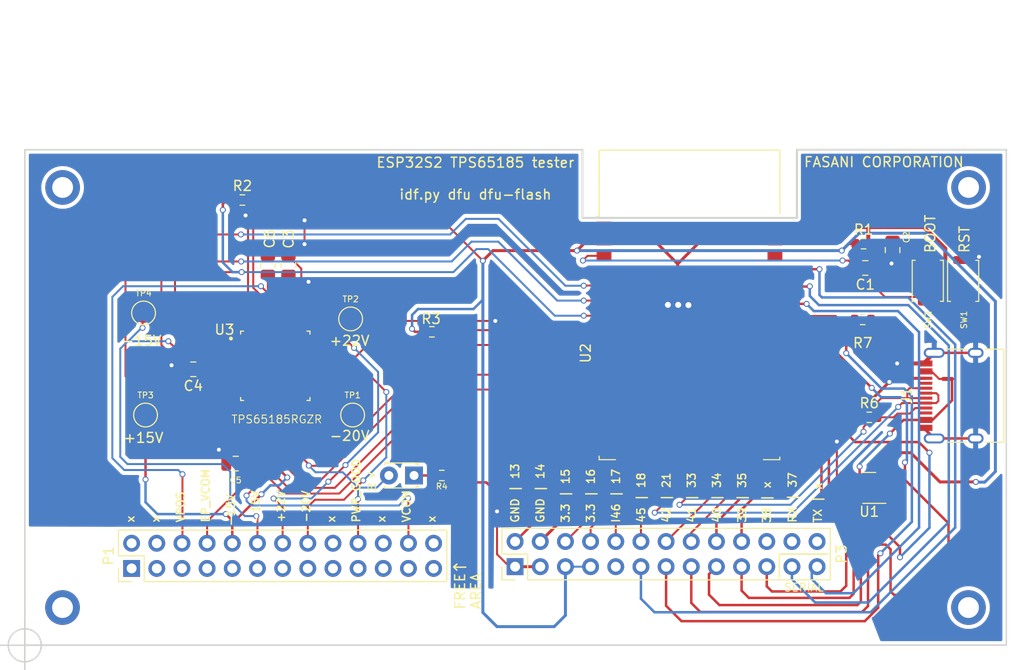
<source format=kicad_pcb>
(kicad_pcb (version 20211014) (generator pcbnew)
  (layers (0 "F.Cu" signal) (31 "B.Cu" signal) (34 "B.Paste" user) (35 "F.Paste" user) (36 "B.SilkS" user "B.Silkscreen") (37 "F.SilkS" user "F.Silkscreen") (38 "B.Mask" user) (39 "F.Mask" user) (44 "Edge.Cuts" user))
  (net 0 "")
  (net 1 "GND")
  (net 2 "Net-(J1-PadA6)")
  (net 3 "Net-(J1-PadB5)")
  (net 5 "Net-(J1-PadA7)")
  (net 6 "Net-(J1-PadA5)")
  (net 8 "VBUS")
  (net 10 "/EP_VCOM")
  (net 11 "/TPS_VCOM_POWER")
  (net 12 "BOOT_MODE")
  (net 13 "Net-(C2-Pad1)")
  (net 14 "/SCL")
  (net 15 "/SDA")
  (net 16 "/TPS_PWRUP")
  (net 17 "/IO07")
  (net 18 "/IO10")
  (net 19 "/IO11")
  (net 20 "/IO12")
  (net 21 "/IO13")
  (net 22 "/IO14")
  (net 23 "/IO15")
  (net 24 "/IO16")
  (net 25 "/IO17")
  (net 26 "/IO18")
  (net 27 "/IO21")
  (net 29 "/IO33")
  (net 30 "/IO34")
  (net 31 "/IO35")
  (net 32 "/IO36")
  (net 33 "/IO37")
  (net 34 "/IO38")
  (net 35 "/IO39")
  (net 36 "/IO40")
  (net 37 "/IO41")
  (net 38 "/IO42")
  (net 39 "/TX")
  (net 40 "/RX")
  (net 41 "/IO45")
  (net 51 "Net-(C3-Pad1)")
  (net 56 "/TPS_PWR_GOOD")
  (net 60 "Net-(C4-Pad1)")
  (net 62 "/VPOS")
  (net 63 "/3.3V")
  (net 67 "/TPS_INT")
  (net 68 "/-15V")
  (net 70 "/TPS_WAKEUP")
  (net 74 "/TPS_VCOM_CTRL")
  (net 79 "/-20V")
  (net 84 "/+22V")
  (net 88 "Net-(D1-Pad1)")
  (net 98 "/+15V")
  (footprint "Mounting_Holes:MountingHole_3-5mm" (layer "F.Cu") (at 191.76 117.33)
    (fp_text reference "MK2" hide)
    (fp_text value "Mounting_Hole" hide)
  )
  (footprint "Mounting_Holes:MountingHole_3-5mm" (layer "F.Cu") (at 100.32 117.33)
    (fp_text reference "MK1" hide)
    (fp_text value "Mounting_Hole" hide)
  )
  (footprint "Mounting_Holes:MountingHole_3-5mm" (layer "F.Cu") (at 100.33 74.93)
    (fp_text reference "MK2" hide)
    (fp_text value "Mounting_Hole" hide)
  )
  (footprint "Mounting_Holes:MountingHole_3-5mm" (layer "F.Cu") (at 191.77 74.93)
    (fp_text reference "MK3" hide)
    (fp_text value "Mounting_Hole" hide)
  )
  (footprint "RF_Module:ESP32-S2-WROVER" (layer "F.Cu") (at 163.6 90.605)
    (fp_text reference "U2")
    (fp_text value "ESP32-S2-WROVER")
  )
  (footprint "Connector_PinHeader_2.54mm:PinHeader_2x13_P2.54mm_Vertical" (layer "F.Cu") (at 107.295 113.38 90)
    (fp_text reference "P1")
    (fp_text value "CONN_02X13")
  )
  (footprint "Resistor_SMD:R_0603_1608Metric" (layer "F.Cu") (at 181.0875 88.255 180)
    (fp_text reference "R7")
    (fp_text value "5.1k")
  )
  (footprint "footprint:Alps_SKRK" (layer "F.Cu") (at 187.65 84.35 90)
    (fp_text reference "SW2")
    (fp_text value "BOOT")
  )
  (footprint "Capacitor_SMD:C_0805_2012Metric" (layer "F.Cu") (at 121.045 82.78 90)
    (fp_text reference "C6")
    (fp_text value "4.7uF")
  )
  (footprint "TestPoint:TestPoint_Pad_D2.0mm" (layer "F.Cu") (at 129.6 97.9)
    (fp_text reference "TP1")
    (fp_text value "-20V")
  )
  (footprint "LED_THT:LED_D1.8mm_W3.3mm_H2.4mm" (layer "F.Cu") (at 135.8 104 180)
    (fp_text reference "D1")
    (fp_text value "LED")
  )
  (footprint "Capacitor_SMD:C_0805_2012Metric" (layer "F.Cu") (at 117.8 102.8 180)
    (fp_text reference "C5")
    (fp_text value "4.7uF")
  )
  (footprint "Capacitor_SMD:C_0805_2012Metric" (layer "F.Cu") (at 123.12 82.78 90)
    (fp_text reference "C3")
    (fp_text value "4.7uF")
  )
  (footprint "Resistor_SMD:R_0603_1608Metric" (layer "F.Cu") (at 181.745 98.13)
    (fp_text reference "R6")
    (fp_text value "5.1k")
  )
  (footprint "Capacitor_SMD:C_0805_2012Metric" (layer "F.Cu") (at 181.345 83.055 180)
    (fp_text reference "C1")
    (fp_text value "0.1u")
  )
  (footprint "Resistor_SMD:R_0603_1608Metric" (layer "F.Cu") (at 137.6 89.5 180)
    (fp_text reference "R3")
    (fp_text value "10k")
  )
  (footprint "Resistor_SMD:R_0603_1608Metric" (layer "F.Cu") (at 138.6 104 180)
    (fp_text reference "R4")
    (fp_text value "1k")
  )
  (footprint "Resistor_SMD:R_0603_1608Metric" (layer "F.Cu") (at 181.17 80.605)
    (fp_text reference "R1")
    (fp_text value "10K")
  )
  (footprint "Capacitor_SMD:C_0805_2012Metric" (layer "F.Cu") (at 184.1 81.25 -90)
    (fp_text reference "C2")
    (fp_text value "0.1u")
  )
  (footprint "TestPoint:TestPoint_Pad_D2.0mm" (layer "F.Cu") (at 108.7 97.9)
    (fp_text reference "TP3")
    (fp_text value "+15V")
  )
  (footprint "footprint:Alps_SKRK" (layer "F.Cu") (at 191.22 84.355 90)
    (fp_text reference "SW1")
    (fp_text value "RESET")
  )
  (footprint "footprint:TPS65185RGZR_700X700X100-49N" (layer "F.Cu") (at 121.795 92.93)
    (fp_text reference "U3")
    (fp_text value "TPS65185RGZR")
  )
  (footprint "TestPoint:TestPoint_Pad_D2.0mm" (layer "F.Cu") (at 129.4 88.2)
    (fp_text reference "TP2")
    (fp_text value "+22V")
  )
  (footprint "footprint:USB_C_Receptacle_HRO_TYPE-C-31-M-12" (layer "F.Cu") (at 191.43 95.9425 90)
    (fp_text reference "J1")
    (fp_text value "USB_C_Receptacle_USB2.0")
  )
  (footprint "TestPoint:TestPoint_Pad_D2.0mm" (layer "F.Cu") (at 108.5 87.6)
    (fp_text reference "TP4")
    (fp_text value "+15V")
  )
  (footprint "Package_TO_SOT_SMD:SOT-23" (layer "F.Cu") (at 181.745 105.255 180)
    (fp_text reference "U1")
    (fp_text value "MCP1700-1202E_SOT23")
  )
  (footprint "Capacitor_SMD:C_0805_2012Metric" (layer "F.Cu") (at 113.52 93.28 180)
    (fp_text reference "C4")
    (fp_text value "4.7uF")
  )
  (footprint "Connector_PinHeader_2.54mm:PinHeader_2x13_P2.54mm_Vertical" (layer "F.Cu") (at 146 113.205 90)
    (fp_text reference "P3")
    (fp_text value "CONN_02X13")
  )
  (footprint "Resistor_SMD:R_0603_1608Metric" (layer "F.Cu") (at 118.475 76.2)
    (fp_text reference "R2")
    (fp_text value "10k")
  )
  (gr_line (start 172.67 111.93) (end 172.67 114.33) (layer "F.SilkS") (width 0.15))
  (gr_line (start 140.12 113.555) (end 139.795 113.23) (layer "F.SilkS") (width 0.15))
  (gr_line (start 139.795 113.23) (end 140.12 112.955) (layer "F.SilkS") (width 0.15))
  (gr_line (start 139.82 113.255) (end 141.02 113.255) (layer "F.SilkS") (width 0.15))
  (gr_line (start 177.595 111.93) (end 172.67 111.93) (layer "F.SilkS") (width 0.15))
  (gr_line (start 140.12 112.955) (end 139.845 113.205) (layer "F.SilkS") (width 0.15))
  (gr_line (start 174.445 71.12) (end 195.58 71.12) (layer "Edge.Cuts") (width 0.2))
  (gr_line (start 152.795 71.12) (end 96.52 71.12) (layer "Edge.Cuts") (width 0.15))
  (gr_line (start 96.52 121.12) (end 195.58 121.12) (layer "Edge.Cuts") (width 0.15))
  (gr_line (start 152.795 71.12) (end 152.795 78) (layer "Edge.Cuts") (width 0.2))
  (gr_line (start 152.795 78) (end 174.445 78) (layer "Edge.Cuts") (width 0.2))
  (gr_line (start 195.58 121.12) (end 195.58 71.12) (layer "Edge.Cuts") (width 0.15))
  (gr_line (start 96.52 71.12) (end 96.52 121.12) (layer "Edge.Cuts") (width 0.15))
  (gr_line (start 174.445 78) (end 174.445 71.12) (layer "Edge.Cuts") (width 0.2))
  (gr_text "x" (at 109.7 108.4 90) (layer "F.SilkS") (effects (font (size 0.8 0.8))))
  (gr_text "-15V" (at 108.3 90.4) (layer "F.SilkS") (effects (font (size 1 1))))
  (gr_text "x" (at 137.566667 108.4 90) (layer "F.SilkS") (effects (font (size 0.8 0.8))))
  (gr_text "RX | 37" (at 173.999163 106.218095 90) (layer "F.SilkS") (effects (font (size 0.8 0.8))))
  (gr_text "PWR_GOOD" (at 129.966664 105.523809 90) (layer "F.SilkS") (effects (font (size 0.8 0.8))))
  (gr_text "42 | 21" (at 161.269998 106.237143 90) (layer "F.SilkS") (effects (font (size 0.8 0.8))))
  (gr_text "3.3 | 16" (at 153.632499 106.046666 90) (layer "F.SilkS") (effects (font (size 0.8 0.8))))
  (gr_text "+15V" (at 108.5 100.2) (layer "F.SilkS") (effects (font (size 1 1))))
  (gr_text "VCOM" (at 135.03333 107.104762 90) (layer "F.SilkS") (effects (font (size 0.8 0.8))))
  (gr_text "-20V" (at 124.899998 107.123809 90) (layer "F.SilkS") (effects (font (size 0.8 0.8))))
  (gr_text "-15V" (at 117.299999 107.504762 90) (layer "F.SilkS") (effects (font (size 0.8 0.8))))
  (gr_text "-20V" (at 129.3 100) (layer "F.SilkS") (effects (font (size 1 1))))
  (gr_text "SERIAL" (at 175.145 115.305) (layer "F.SilkS") (effects (font (size 0.8 0.8) (thickness 0.1))))
  (gr_text "GND | 13" (at 145.995 105.78 90) (layer "F.SilkS") (effects (font (size 0.8 0.8))))
  (gr_text "GND | 14" (at 148.540833 105.78 90) (layer "F.SilkS") (effects (font (size 0.8 0.8))))
  (gr_text "3.3 | 15" (at 151.086666 106.046666 90) (layer "F.SilkS") (effects (font (size 0.8 0.8))))
  (gr_text "x" (at 127.433331 108.4 90) (layer "F.SilkS") (effects (font (size 0.8 0.8))))
  (gr_text "38 | x" (at 171.4 106.7 90) (layer "F.SilkS") (effects (font (size 0.8 0.8))))
  (gr_text "39 | 35" (at 168.907497 106.237143 90) (layer "F.SilkS") (effects (font (size 0.8 0.8))))
  (gr_text "x" (at 107.166667 108.4 90) (layer "F.SilkS") (effects (font (size 0.8 0.8))))
  (gr_text "ESP32S2 TPS65185 tester\n\nidf.py dfu dfu-flash" (at 141.995 74.03) (layer "F.SilkS") (effects (font (size 1 1))))
  (gr_text "TPS65185RGZR" (at 121.945 98.33) (layer "F.SilkS") (effects (font (size 0.8 0.8) (thickness 0.1))))
  (gr_text "+22V" (at 129.3 90.4) (layer "F.SilkS") (effects (font (size 1 1))))
  (gr_text "BOOT" (at 187.9 79.603572 90) (layer "F.SilkS") (effects (font (size 1 1))))
  (gr_text "TX | x" (at 176.545 106.751428 90) (layer "F.SilkS") (effects (font (size 0.8 0.8))))
  (gr_text "FASANI CORPORATION" (at 183.22 72.37) (layer "F.SilkS") (effects (font (size 1 1))))
  (gr_text ">" (at 131.5 103.9) (layer "F.SilkS") (effects (font (size 0.8 0.8))))
  (gr_text "+22V" (at 122.366665 107.123809 90) (layer "F.SilkS") (effects (font (size 0.8 0.8))))
  (gr_text "RST" (at 191.35 80.175 90) (layer "F.SilkS") (effects (font (size 1 1))))
  (gr_text "45 | 18" (at 158.724165 106.237143 90) (layer "F.SilkS") (effects (font (size 0.8 0.8))))
  (gr_text "x" (at 132.499997 108.4 90) (layer "F.SilkS") (effects (font (size 0.8 0.8))))
  (gr_text "FREE\nAREA" (at 141.245 115.68 90) (layer "F.SilkS") (effects (font (size 1 1))))
  (gr_text "-15V" (at 119.833332 107.123809 90) (layer "F.SilkS") (effects (font (size 0.8 0.8))))
  (gr_text "40 | 34" (at 166.361664 106.237143 90) (layer "F.SilkS") (effects (font (size 0.8 0.8))))
  (gr_text "VPOS" (at 112.233333 107.180952 90) (layer "F.SilkS") (effects (font (size 0.8 0.8))))
  (gr_text "EP_VCOM" (at 114.766666 106.038095 90) (layer "F.SilkS") (effects (font (size 0.8 0.8))))
  (gr_text "41 | 33" (at 163.815831 106.237143 90) (layer "F.SilkS") (effects (font (size 0.8 0.8))))
  (gr_text "I46 | 17" (at 156.178332 106.046666 90) (layer "F.SilkS") (effects (font (size 0.8 0.8))))
  (target plus (at 96.51 121.14) (size 5) (width 0.15) (layer "Edge.Cuts"))
  (segment (start 129.745 92.18) (end 125.23 92.18) (width 0.2) (layer "F.Cu") (net 1))
  (segment (start 188.3 100.2625) (end 192.48 100.2625) (width 0.25) (layer "F.Cu") (net 1))
  (segment (start 180.92 98.13) (end 180.92 97.405) (width 0.3) (layer "F.Cu") (net 1))
  (segment (start 124.42 84.455) (end 124.42 83.13) (width 0.2) (layer "F.Cu") (net 1))
  (segment (start 180.92 97.405) (end 183.77 94.555) (width 0.3) (layer "F.Cu") (net 1))
  (segment (start 162.41 90.37) (end 170.35 98.31) (width 0.25) (layer "F.Cu") (net 1))
  (segment (start 184.2075 92.6925) (end 184.5575 92.6925) (width 0.4) (layer "F.Cu") (net 1))
  (segment (start 115.325 92.05) (end 113.175 92.05) (width 0.2) (layer "F.Cu") (net 1))
  (segment (start 181.9125 90.3975) (end 184.2075 92.6925) (width 0.4) (layer "F.Cu") (net 1))
  (segment (start 154.975 78.83) (end 158.595 78.83) (width 0.3) (layer "F.Cu") (net 1))
  (segment (start 140.125 104.7) (end 143.1 104.7) (width 0.25) (layer "F.Cu") (net 1))
  (segment (start 192.48 91.6225) (end 188.3 91.6225) (width 0.25) (layer "F.Cu") (net 1))
  (segment (start 115.955 92.68) (end 115.325 92.05) (width 0.2) (layer "F.Cu") (net 1))
  (segment (start 191.22 82.255) (end 192.495 82.255) (width 0.4) (layer "F.Cu") (net 1))
  (segment (start 113.45 94.6) (end 112.57 93.72) (width 0.2) (layer "F.Cu") (net 1))
  (segment (start 116.85 102.15) (end 116.1 101.4) (width 0.25) (layer "F.Cu") (net 1))
  (segment (start 111.73 93.28) (end 111.325 92.875) (width 0.2) (layer "F.Cu") (net 1))
  (segment (start 158.595 78.83) (end 162.41 82.645) (width 0.3) (layer "F.Cu") (net 1))
  (segment (start 178.475 105.2) (end 178.475 100.575) (width 0.2) (layer "F.Cu") (net 1))
  (segment (start 144.175 111.95) (end 144.175 107.625) (width 0.2) (layer "F.Cu") (net 1))
  (segment (start 129.745 92.18) (end 133.525 88.4) (width 0.2) (layer "F.Cu") (net 1))
  (segment (start 187.385 99.1925) (end 187.385 99.3475) (width 0.3) (layer "F.Cu") (net 1))
  (segment (start 187.385 92.6925) (end 187.385 92.5375) (width 0.4) (layer "F.Cu") (net 1))
  (segment (start 115 94.6) (end 113.45 94.6) (width 0.2) (layer "F.Cu") (net 1))
  (segment (start 162.41 86.87) (end 162.41 90.37) (width 0.25) (layer "F.Cu") (net 1))
  (segment (start 182.6825 106.205) (end 179.48 106.205) (width 0.2) (layer "F.Cu") (net 1))
  (segment (start 116.85 102.8) (end 116.85 102.15) (width 0.25) (layer "F.Cu") (net 1))
  (segment (start 144.175 105.775) (end 144.175 107.625) (width 0.25) (layer "F.Cu") (net 1))
  (segment (start 124.3125 84.5625) (end 124.42 84.455) (width 0.2) (layer "F.Cu") (net 1))
  (segment (start 121.045 81.83) (end 123.57 81.83) (width 0.2) (layer "F.Cu") (net 1))
  (segment (start 122.545 87.505) (end 124.6 85.45) (width 0.2) (layer "F.Cu") (net 1))
  (segment (start 123.57 81.83) (end 124.745 80.655) (width 0.2) (layer "F.Cu") (net 1))
  (segment (start 162.41 82.645) (end 166.125 78.93) (width 0.3) (layer "F.Cu") (net 1))
  (segment (start 170.35 98.31) (end 170.35 102.08) (width 0.25) (layer "F.Cu") (net 1))
  (segment (start 187.385 99.3475) (end 188.3 100.2625) (width 0.3) (layer "F.Cu") (net 1))
  (segment (start 119.045 89.495) (end 119.045 78.005) (width 0.2) (layer "F.Cu") (net 1))
  (segment (start 144 88.4) (end 133.525 88.4) (width 0.2) (layer "F.Cu") (net 1))
  (segment (start 118.36 93.68) (end 115.92 93.68) (width 0.2) (layer "F.Cu") (net 1))
  (segment (start 187.65 82.25) (end 184.15 82.25) (width 0.2) (layer "F.Cu") (net 1))
  (segment (start 124.745 78.255) (end 124.75 78.25) (width 0.2) (layer "F.Cu") (net 1))
  (segment (start 124.745 80.655) (end 124.745 78.255) (width 0.2) (layer "F.Cu") (net 1))
  (segment (start 118.36 92.68) (end 115.955 92.68) (width 0.2) (layer "F.Cu") (net 1))
  (segment (start 145.43 113.205) (end 144.175 111.95) (width 0.2) (layer "F.Cu") (net 1))
  (segment (start 124.6 85.45) (end 129.375 85.45) (width 0.2) (layer "F.Cu") (net 1))
  (segment (start 179.48 106.205) (end 178.475 105.2) (width 0.2) (layer "F.Cu") (net 1))
  (segment (start 181.9125 88.255) (end 181.9125 90.3975) (width 0.4) (layer "F.Cu") (net 1))
  (segment (start 115.92 93.68) (end 115 94.6) (width 0.2) (layer "F.Cu") (net 1))
  (segment (start 182.295 83.055) (end 183.545 83.055) (width 0.4) (layer "F.Cu") (net 1))
  (segment (start 139.425 104) (end 140.125 104.7) (width 0.25) (layer "F.Cu") (net 1))
  (segment (start 129.375 85.45) (end 131.05 87.125) (width 0.2) (layer "F.Cu") (net 1))
  (segment (start 192.495 82.255) (end 192.82 81.93) (width 0.4) (layer "F.Cu") (net 1))
  (segment (start 125.0375 84.5625) (end 125.15 84.45) (width 0.2) (layer "F.Cu") (net 1))
  (segment (start 131.05 87.125) (end 131.05 90.875) (width 0.2) (layer "F.Cu") (net 1))
  (segment (start 124.42 83.13) (end 123.12 81.83) (width 0.2) (layer "F.Cu") (net 1))
  (segment (start 162.41 82.645) (end 162.41 86.87) (width 0.3) (layer "F.Cu") (net 1))
  (segment (start 183.545 83.055) (end 183.995 82.605) (width 0.4) (layer "F.Cu") (net 1))
  (segment (start 122.545 89.495) (end 122.545 86.33) (width 0.2) (layer "F.Cu") (net 1))
  (segment (start 166.125 78.93) (end 172.225 78.93) (width 0.3) (layer "F.Cu") (net 1))
  (segment (start 119.045 78.005) (end 118.795 77.755) (width 0.2) (layer "F.Cu") (net 1))
  (segment (start 184.5575 92.6925) (end 187.385 92.6925) (width 0.4) (layer "F.Cu") (net 1))
  (segment (start 143.1 104.7) (end 144.175 105.775) (width 0.25) (layer "F.Cu") (net 1))
  (segment (start 122.545 86.33) (end 124.3125 84.5625) (width 0.2) (layer "F.Cu") (net 1))
  (segment (start 113.175 92.05) (end 112.57 92.655) (width 0.2) (layer "F.Cu") (net 1))
  (segment (start 124.3125 84.5625) (end 125.0375 84.5625) (width 0.2) (layer "F.Cu") (net 1))
  (segment (start 148.54 113.205) (end 146 113.205) (width 0.3) (layer "F.Cu") (net 1))
  (segment (start 187.385 92.5375) (end 188.3 91.6225) (width 0.4) (layer "F.Cu") (net 1))
  (segment (start 112.57 93.28) (end 111.73 93.28) (width 0.2) (layer "F.Cu") (net 1))
  (via (at 161.42 86.78) (size 0.8) (drill 0.6) (layers "F.Cu" "B.Cu") (net 1))
  (via (at 116.1 101.4) (size 0.6) (drill 0.4) (layers "F.Cu" "B.Cu") (net 1))
  (via (at 124.75 78.25) (size 0.6) (drill 0.4) (layers "F.Cu" "B.Cu") (net 1))
  (via (at 111.325 92.875) (size 0.6) (drill 0.4) (layers "F.Cu" "B.Cu") (net 1))
  (via (at 192.82 81.93) (size 0.6) (drill 0.4) (layers "F.Cu" "B.Cu") (net 1))
  (via (at 125.15 84.45) (size 0.6) (drill 0.4) (layers "F.Cu" "B.Cu") (net 1))
  (via (at 183.77 94.555) (size 0.6) (drill 0.4) (layers "F.Cu" "B.Cu") (net 1))
  (via (at 124.745 80.655) (size 0.6) (drill 0.4) (layers "F.Cu" "B.Cu") (net 1))
  (via (at 118.795 77.755) (size 0.6) (drill 0.4) (layers "F.Cu" "B.Cu") (net 1))
  (via (at 162.4575 86.78) (size 0.8) (drill 0.6) (layers "F.Cu" "B.Cu") (net 1))
  (via (at 144 88.4) (size 0.6) (drill 0.4) (layers "F.Cu" "B.Cu") (net 1))
  (via (at 183.995 82.605) (size 0.6) (drill 0.4) (layers "F.Cu" "B.Cu") (net 1))
  (via (at 178.475 100.575) (size 0.6) (drill 0.4) (layers "F.Cu" "B.Cu") (net 1))
  (via (at 144.175 107.625) (size 0.6) (drill 0.4) (layers "F.Cu" "B.Cu") (net 1))
  (via (at 184.5575 92.6925) (size 0.6) (drill 0.4) (layers "F.Cu" "B.Cu") (net 1))
  (via (at 163.495 86.805) (size 0.8) (drill 0.6) (layers "F.Cu" "B.Cu") (net 1))
  (segment (start 144.175 107.625) (end 144.175 88.575) (width 0.2) (layer "B.Cu") (net 1))
  (segment (start 144.175 88.575) (end 144 88.4) (width 0.2) (layer "B.Cu") (net 1))
  (segment (start 183.77 94.555) (end 184.5575 93.7675) (width 0.3) (layer "B.Cu") (net 1))
  (segment (start 184.5575 93.7675) (end 184.5575 92.6925) (width 0.3) (layer "B.Cu") (net 1))
  (segment (start 182.9575 96.1925) (end 185.5825 96.1925) (width 0.2) (layer "F.Cu") (net 2))
  (segment (start 181.745 97.405) (end 182.9575 96.1925) (width 0.2) (layer "F.Cu") (net 2))
  (segment (start 165.85 102.08) (end 165.85 103.7) (width 0.2) (layer "F.Cu") (net 2))
  (segment (start 185.8075 95.1925) (end 185.5825 95.4175) (width 0.2) (layer "F.Cu") (net 2))
  (segment (start 187.385 95.1925) (end 185.8075 95.1925) (width 0.2) (layer "F.Cu") (net 2))
  (segment (start 185.5825 95.4175) (end 185.5825 96.1925) (width 0.2) (layer "F.Cu") (net 2))
  (segment (start 181.17 99.105) (end 181.745 98.53) (width 0.2) (layer "F.Cu") (net 2))
  (segment (start 185.5825 96.1925) (end 187.385 96.1925) (width 0.2) (layer "F.Cu") (net 2))
  (segment (start 181.17 99.58) (end 181.17 99.105) (width 0.2) (layer "F.Cu") (net 2))
  (segment (start 165.85 103.7) (end 162.595 106.955) (width 0.2) (layer "F.Cu") (net 2))
  (segment (start 181.745 98.53) (end 181.745 97.405) (width 0.2) (layer "F.Cu") (net 2))
  (via (at 162.595 106.955) (size 0.6) (drill 0.4) (layers "F.Cu" "B.Cu") (net 2))
  (via (at 181.17 99.58) (size 0.6) (drill 0.4) (layers "F.Cu" "B.Cu") (net 2))
  (segment (start 162.595 106.955) (end 173.795 106.955) (width 0.2) (layer "B.Cu") (net 2))
  (segment (start 173.795 106.955) (end 181.17 99.58) (width 0.2) (layer "B.Cu") (net 2))
  (segment (start 187.385 94.1925) (end 184.5825 94.1925) (width 0.3) (layer "F.Cu") (net 3))
  (segment (start 184.5825 94.1925) (end 180.2625 89.8725) (width 0.3) (layer "F.Cu") (net 3))
  (segment (start 180.2625 89.8725) (end 180.2625 88.255) (width 0.3) (layer "F.Cu") (net 3))
  (segment (start 188.72 95.905) (end 188.72 96.48) (width 0.2) (layer "F.Cu") (net 5))
  (segment (start 188.72 96.48) (end 188.5075 96.6925) (width 0.2) (layer "F.Cu") (net 5))
  (segment (start 187.385 95.6925) (end 188.5075 95.6925) (width 0.2) (layer "F.Cu") (net 5))
  (segment (start 188.5075 96.6925) (end 187.385 96.6925) (width 0.2) (layer "F.Cu") (net 5))
  (segment (start 164.35 102.08) (end 164.35 103.5) (width 0.2) (layer "F.Cu") (net 5))
  (segment (start 185.0575 96.6925) (end 184.67 97.08) (width 0.2) (layer "F.Cu") (net 5))
  (segment (start 164.35 103.5) (end 160.095 107.755) (width 0.2) (layer "F.Cu") (net 5))
  (segment (start 187.385 96.6925) (end 185.0575 96.6925) (width 0.2) (layer "F.Cu") (net 5))
  (segment (start 188.5075 95.6925) (end 188.72 95.905) (width 0.2) (layer "F.Cu") (net 5))
  (via (at 184.67 97.08) (size 0.6) (drill 0.4) (layers "F.Cu" "B.Cu") (net 5))
  (via (at 160.095 107.755) (size 0.6) (drill 0.4) (layers "F.Cu" "B.Cu") (net 5))
  (segment (start 160.095 107.755) (end 173.995 107.755) (width 0.2) (layer "B.Cu") (net 5))
  (segment (start 173.995 107.755) (end 184.67 97.08) (width 0.2) (layer "B.Cu") (net 5))
  (segment (start 184.595 97.755) (end 185.82 97.755) (width 0.2) (layer "F.Cu") (net 6))
  (segment (start 185.82 97.755) (end 186.3825 97.1925) (width 0.2) (layer "F.Cu") (net 6))
  (segment (start 182.57 98.13) (end 184.22 98.13) (width 0.2) (layer "F.Cu") (net 6))
  (segment (start 186.3825 97.1925) (end 187.385 97.1925) (width 0.2) (layer "F.Cu") (net 6))
  (segment (start 184.22 98.13) (end 184.595 97.755) (width 0.2) (layer "F.Cu") (net 6))
  (segment (start 188.795 94.255) (end 189.195 94.255) (width 0.2) (layer "F.Cu") (net 8))
  (segment (start 190.095 94.255) (end 189.195 94.255) (width 0.4) (layer "F.Cu") (net 8))
  (segment (start 187.385 93.4925) (end 188.0325 93.4925) (width 0.2) (layer "F.Cu") (net 8))
  (segment (start 188.0325 93.4925) (end 188.795 94.255) (width 0.2) (layer "F.Cu") (net 8))
  (segment (start 187.385 98.3925) (end 185.2075 98.3925) (width 0.25) (layer "F.Cu") (net 8))
  (segment (start 185.2075 98.3925) (end 183.825 99.775) (width 0.25) (layer "F.Cu") (net 8))
  (segment (start 188.1325 98.3925) (end 190.095 96.43) (width 0.25) (layer "F.Cu") (net 8))
  (segment (start 187.385 98.3925) (end 188.1325 98.3925) (width 0.25) (layer "F.Cu") (net 8))
  (segment (start 190.095 96.43) (end 190.095 94.255) (width 0.25) (layer "F.Cu") (net 8))
  (segment (start 180.775 103.1) (end 180.775 105.2225) (width 0.25) (layer "F.Cu") (net 8))
  (via (at 183.825 99.775) (size 0.6) (drill 0.4) (layers "F.Cu" "B.Cu") (net 8))
  (via (at 180.775 103.1) (size 0.6) (drill 0.4) (layers "F.Cu" "B.Cu") (net 8))
  (segment (start 183.825 99.775) (end 180.775 102.825) (width 0.25) (layer "B.Cu") (net 8))
  (segment (start 180.775 102.825) (end 180.775 103.1) (width 0.25) (layer "B.Cu") (net 8))
  (segment (start 114.915 108.635) (end 114.915 110.84) (width 0.2) (layer "F.Cu") (net 10))
  (segment (start 120.045 102.155) (end 120.045 103.505) (width 0.2) (layer "F.Cu") (net 10))
  (segment (start 120.045 96.365) (end 120.045 102.155) (width 0.2) (layer "F.Cu") (net 10))
  (segment (start 119.4 102.8) (end 120.045 102.155) (width 0.25) (layer "F.Cu") (net 10))
  (segment (start 118.75 102.8) (end 119.4 102.8) (width 0.25) (layer "F.Cu") (net 10))
  (segment (start 120.045 103.505) (end 114.915 108.635) (width 0.2) (layer "F.Cu") (net 10))
  (segment (start 120.545 96.365) (end 120.545 104.38) (width 0.2) (layer "F.Cu") (net 11))
  (segment (start 135.235 106.335) (end 135.235 110.84) (width 0.2) (layer "F.Cu") (net 11))
  (segment (start 135.2 106.3) (end 135.235 106.335) (width 0.2) (layer "F.Cu") (net 11))
  (segment (start 120.545 104.38) (end 118.895 106.03) (width 0.2) (layer "F.Cu") (net 11))
  (via (at 118.895 106.03) (size 0.6) (drill 0.4) (layers "F.Cu" "B.Cu") (net 11))
  (via (at 135.2 106.3) (size 0.6) (drill 0.4) (layers "F.Cu" "B.Cu") (net 11))
  (segment (start 134.27 107.03) (end 135 106.3) (width 0.2) (layer "B.Cu") (net 11))
  (segment (start 135 106.3) (end 135.2 106.3) (width 0.2) (layer "B.Cu") (net 11))
  (segment (start 119.345 107.03) (end 134.27 107.03) (width 0.2) (layer "B.Cu") (net 11))
  (segment (start 118.895 106.58) (end 119.345 107.03) (width 0.2) (layer "B.Cu") (net 11))
  (segment (start 118.895 106.03) (end 118.895 106.58) (width 0.2) (layer "B.Cu") (net 11))
  (segment (start 153.32 81.83) (end 152.845 82.305) (width 0.2) (layer "F.Cu") (net 12))
  (segment (start 183.32 85.98) (end 187.895 85.98) (width 0.2) (layer "F.Cu") (net 12))
  (segment (start 154.975 81.83) (end 153.32 81.83) (width 0.2) (layer "F.Cu") (net 12))
  (segment (start 179.045 82.305) (end 179.645 82.305) (width 0.2) (layer "F.Cu") (net 12))
  (segment (start 180.495 83.155) (end 183.32 85.98) (width 0.2) (layer "F.Cu") (net 12))
  (segment (start 179.645 82.305) (end 180.395 83.055) (width 0.2) (layer "F.Cu") (net 12))
  (via (at 179.045 82.305) (size 0.6) (drill 0.4) (layers "F.Cu" "B.Cu") (net 12))
  (via (at 152.845 82.305) (size 0.6) (drill 0.4) (layers "F.Cu" "B.Cu") (net 12))
  (segment (start 152.845 82.305) (end 179.045 82.305) (width 0.2) (layer "B.Cu") (net 12))
  (segment (start 181.645 80.255) (end 181.995 80.605) (width 0.4) (layer "F.Cu") (net 13))
  (segment (start 178.37 78.93) (end 176.97 80.33) (width 0.4) (layer "F.Cu") (net 13))
  (segment (start 183.795 80.605) (end 184.1 80.3) (width 0.4) (layer "F.Cu") (net 13))
  (segment (start 176.97 80.33) (end 172.225 80.33) (width 0.4) (layer "F.Cu") (net 13))
  (segment (start 181.645 78.93) (end 178.37 78.93) (width 0.4) (layer "F.Cu") (net 13))
  (segment (start 189.425 84.975) (end 190.905 86.455) (width 0.4) (layer "F.Cu") (net 13))
  (segment (start 181.645 78.93) (end 187.255 78.93) (width 0.4) (layer "F.Cu") (net 13))
  (segment (start 189.425 81.1) (end 189.425 84.975) (width 0.4) (layer "F.Cu") (net 13))
  (segment (start 181.995 80.605) (end 183.795 80.605) (width 0.4) (layer "F.Cu") (net 13))
  (segment (start 181.645 78.93) (end 181.645 80.255) (width 0.4) (layer "F.Cu") (net 13))
  (segment (start 187.255 78.93) (end 189.425 81.1) (width 0.4) (layer "F.Cu") (net 13))
  (segment (start 128.25 105.825) (end 138.745 95.33) (width 0.2) (layer "F.Cu") (net 14))
  (segment (start 121.045 96.365) (end 121.045 104.145) (width 0.2) (layer "F.Cu") (net 14))
  (segment (start 122.725 105.825) (end 128.25 105.825) (width 0.2) (layer "F.Cu") (net 14))
  (segment (start 121.045 104.145) (end 122.725 105.825) (width 0.2) (layer "F.Cu") (net 14))
  (segment (start 138.745 95.33) (end 154.975 95.33) (width 0.2) (layer "F.Cu") (net 14))
  (segment (start 139.22 93.83) (end 127.8 105.25) (width 0.2) (layer "F.Cu") (net 15))
  (segment (start 121.545 103.695) (end 121.545 96.365) (width 0.2) (layer "F.Cu") (net 15))
  (segment (start 127.8 105.25) (end 123.1 105.25) (width 0.2) (layer "F.Cu") (net 15))
  (segment (start 154.975 93.83) (end 139.22 93.83) (width 0.2) (layer "F.Cu") (net 15))
  (segment (start 123.1 105.25) (end 121.545 103.695) (width 0.2) (layer "F.Cu") (net 15))
  (segment (start 140.02 90.83) (end 126.325 104.525) (width 0.2) (layer "F.Cu") (net 16))
  (segment (start 124.3 104.525) (end 123.045 103.27) (width 0.2) (layer "F.Cu") (net 16))
  (segment (start 154.975 90.83) (end 140.02 90.83) (width 0.2) (layer "F.Cu") (net 16))
  (segment (start 123.045 103.27) (end 123.045 96.365) (width 0.2) (layer "F.Cu") (net 16))
  (segment (start 126.325 104.525) (end 124.3 104.525) (width 0.2) (layer "F.Cu") (net 16))
  (segment (start 154.975 104.838316) (end 154.975 101.33) (width 0.25) (layer "F.Cu") (net 21))
  (segment (start 148.46 108.205) (end 151.608316 108.205) (width 0.25) (layer "F.Cu") (net 21))
  (segment (start 151.608316 108.205) (end 154.975 104.838316) (width 0.25) (layer "F.Cu") (net 21))
  (segment (start 146 110.665) (end 148.46 108.205) (width 0.25) (layer "F.Cu") (net 21))
  (segment (start 152.076763 108.78) (end 156.85 104.006763) (width 0.3) (layer "F.Cu") (net 22))
  (segment (start 148.54 110.665) (end 150.425 108.78) (width 0.3) (layer "F.Cu") (net 22))
  (segment (start 156.85 104.006763) (end 156.85 102.08) (width 0.3) (layer "F.Cu") (net 22))
  (segment (start 150.425 108.78) (end 152.076763 108.78) (width 0.3) (layer "F.Cu") (net 22))
  (segment (start 151.08 110.665) (end 158.35 103.395) (width 0.2) (layer "F.Cu") (net 23))
  (segment (start 158.35 103.395) (end 158.35 102.08) (width 0.2) (layer "F.Cu") (net 23))
  (segment (start 153.62 110.665) (end 153.62 109.305) (width 0.2) (layer "F.Cu") (net 24))
  (segment (start 153.62 109.305) (end 159.85 103.075) (width 0.2) (layer "F.Cu") (net 24))
  (segment (start 159.85 103.075) (end 159.85 102.08) (width 0.2) (layer "F.Cu") (net 24))
  (segment (start 156.16 110.665) (end 156.16 107.765) (width 0.2) (layer "F.Cu") (net 25))
  (segment (start 156.16 107.765) (end 161.35 102.575) (width 0.2) (layer "F.Cu") (net 25))
  (segment (start 158.7 110.665) (end 158.7 107.05) (width 0.2) (layer "F.Cu") (net 26))
  (segment (start 158.7 107.05) (end 162.85 102.9) (width 0.2) (layer "F.Cu") (net 26))
  (segment (start 162.85 102.9) (end 162.85 102.08) (width 0.2) (layer "F.Cu") (net 26))
  (segment (start 167.35 102.08) (end 167.35 104.555) (width 0.2) (layer "F.Cu") (net 27))
  (segment (start 167.35 104.555) (end 161.24 110.665) (width 0.2) (layer "F.Cu") (net 27))
  (segment (start 171.945 103.755) (end 172.225 103.475) (width 0.2) (layer "F.Cu") (net 29))
  (segment (start 163.78 110.665) (end 163.78 109.77) (width 0.2) (layer "F.Cu") (net 29))
  (segment (start 172.225 103.475) (end 172.225 101.43) (width 0.2) (layer "F.Cu") (net 29))
  (segment (start 169.795 103.755) (end 171.945 103.755) (width 0.2) (layer "F.Cu") (net 29))
  (segment (start 163.78 109.77) (end 169.795 103.755) (width 0.2) (layer "F.Cu") (net 29))
  (segment (start 171.945 104.68) (end 170.37 104.68) (width 0.25) (layer "F.Cu") (net 30))
  (segment (start 173.445 100.43) (end 173.445 103.18) (width 0.25) (layer "F.Cu") (net 30))
  (segment (start 172.225 99.93) (end 172.945 99.93) (width 0.25) (layer "F.Cu") (net 30))
  (segment (start 166.32 108.73) (end 166.32 110.665) (width 0.25) (layer "F.Cu") (net 30))
  (segment (start 170.37 104.68) (end 166.32 108.73) (width 0.25) (layer "F.Cu") (net 30))
  (segment (start 172.945 99.93) (end 173.445 100.43) (width 0.25) (layer "F.Cu") (net 30))
  (segment (start 173.445 103.18) (end 171.945 104.68) (width 0.25) (layer "F.Cu") (net 30))
  (segment (start 172.97 98.43) (end 174.17 99.63) (width 0.25) (layer "F.Cu") (net 31))
  (segment (start 170.67 105.63) (end 168.86 107.44) (width 0.25) (layer "F.Cu") (net 31))
  (segment (start 172.145 105.63) (end 170.67 105.63) (width 0.25) (layer "F.Cu") (net 31))
  (segment (start 168.86 107.44) (end 168.86 110.665) (width 0.25) (layer "F.Cu") (net 31))
  (segment (start 174.17 99.63) (end 174.17 103.605) (width 0.25) (layer "F.Cu") (net 31))
  (segment (start 172.225 98.43) (end 172.97 98.43) (width 0.25) (layer "F.Cu") (net 31))
  (segment (start 174.17 103.605) (end 172.145 105.63) (width 0.25) (layer "F.Cu") (net 31))
  (segment (start 171.4 115.185) (end 171.4 113.205) (width 0.25) (layer "F.Cu") (net 34))
  (segment (start 175.92 93.93) (end 176.92 94.93) (width 0.25) (layer "F.Cu") (net 34))
  (segment (start 176.92 107.055) (end 179.42 109.555) (width 0.25) (layer "F.Cu") (net 34))
  (segment (start 179.42 115.13) (end 178.845 115.705) (width 0.25) (layer "F.Cu") (net 34))
  (segment (start 176.92 94.93) (end 176.92 107.055) (width 0.25) (layer "F.Cu") (net 34))
  (segment (start 171.92 115.705) (end 171.4 115.185) (width 0.25) (layer "F.Cu") (net 34))
  (segment (start 172.225 93.93) (end 175.92 93.93) (width 0.25) (layer "F.Cu") (net 34))
  (segment (start 178.845 115.705) (end 171.92 115.705) (width 0.25) (layer "F.Cu") (net 34))
  (segment (start 179.42 109.555) (end 179.42 115.13) (width 0.25) (layer "F.Cu") (net 34))
  (segment (start 169.595 116.355) (end 179.745 116.355) (width 0.25) (layer "F.Cu") (net 35))
  (segment (start 177.67 93.88) (end 176.22 92.43) (width 0.25) (layer "F.Cu") (net 35))
  (segment (start 180.17 115.93) (end 180.17 108.33) (width 0.25) (layer "F.Cu") (net 35))
  (segment (start 177.67 105.83) (end 177.67 93.88) (width 0.25) (layer "F.Cu") (net 35))
  (segment (start 180.17 108.33) (end 177.67 105.83) (width 0.25) (layer "F.Cu") (net 35))
  (segment (start 179.745 116.355) (end 180.17 115.93) (width 0.25) (layer "F.Cu") (net 35))
  (segment (start 168.86 115.62) (end 169.595 116.355) (width 0.25) (layer "F.Cu") (net 35))
  (segment (start 176.22 92.43) (end 172.225 92.43) (width 0.25) (layer "F.Cu") (net 35))
  (segment (start 168.86 113.205) (end 168.86 115.62) (width 0.25) (layer "F.Cu") (net 35))
  (segment (start 177.495 91.105) (end 177.32 90.93) (width 0.25) (layer "F.Cu") (net 36))
  (segment (start 180.87 116.755) (end 180.895 116.73) (width 0.25) (layer "F.Cu") (net 36))
  (segment (start 166.62 117.08) (end 180.545 117.08) (width 0.25) (layer "F.Cu") (net 36))
  (segment (start 181.895 110.08) (end 183.695 110.08) (width 0.25) (layer "F.Cu") (net 36))
  (segment (start 184.845 111.23) (end 184.845 112.255) (width 0.25) (layer "F.Cu") (net 36))
  (segment (start 186.745 100.63) (end 180.32 100.63) (width 0.25) (layer "F.Cu") (net 36))
  (segment (start 180.895 111.08) (end 181.895 110.08) (width 0.25) (layer "F.Cu") (net 36))
  (segment (start 180.895 116.73) (end 180.895 111.08) (width 0.25) (layer "F.Cu") (net 36))
  (segment (start 177.495 92.03) (end 177.495 91.105) (width 0.25) (layer "F.Cu") (net 36))
  (segment (start 165.57 116.03) (end 166.62 117.08) (width 0.25) (layer "F.Cu") (net 36))
  (segment (start 177.32 90.93) (end 172.225 90.93) (width 0.25) (layer "F.Cu") (net 36))
  (segment (start 180.545 117.08) (end 180.87 116.755) (width 0.25) (layer "F.Cu") (net 36))
  (segment (start 187.82 101.705) (end 186.745 100.63) (width 0.25) (layer "F.Cu") (net 36))
  (segment (start 179.32 93.855) (end 177.495 92.03) (width 0.25) (layer "F.Cu") (net 36))
  (segment (start 179.32 99.63) (end 179.32 93.855) (width 0.25) (layer "F.Cu") (net 36))
  (segment (start 183.695 110.08) (end 184.845 111.23) (width 0.25) (layer "F.Cu") (net 36))
  (segment (start 180.32 100.63) (end 179.32 99.63) (width 0.25) (layer "F.Cu") (net 36))
  (segment (start 165.57 113.955) (end 165.57 116.03) (width 0.25) (layer "F.Cu") (net 36))
  (segment (start 166.32 113.205) (end 165.57 113.955) (width 0.25) (layer "F.Cu") (net 36))
  (via (at 187.82 101.705) (size 0.6) (drill 0.4) (layers "F.Cu" "B.Cu") (net 36))
  (via (at 184.845 112.255) (size 0.6) (drill 0.4) (layers "F.Cu" "B.Cu") (net 36))
  (segment (start 187.82 109.28) (end 187.82 101.705) (width 0.25) (layer "B.Cu") (net 36))
  (segment (start 184.845 112.255) (end 187.82 109.28) (width 0.25) (layer "B.Cu") (net 36))
  (segment (start 164.695 117.78) (end 163.78 116.865) (width 0.25) (layer "F.Cu") (net 37))
  (segment (start 187.295 116.055) (end 184.245 116.055) (width 0.25) (layer "F.Cu") (net 37))
  (segment (start 185.345 102.68) (end 185.345 104.43) (width 0.25) (layer "F.Cu") (net 37))
  (segment (start 185.345 104.43) (end 189.745 108.83) (width 0.25) (layer "F.Cu") (net 37))
  (segment (start 184.245 116.055) (end 183.895 115.705) (width 0.25) (layer "F.Cu") (net 37))
  (segment (start 182.095 110.98) (end 181.62 111.455) (width 0.25) (layer "F.Cu") (net 37))
  (segment (start 178.495 90.055) (end 178.495 91.655) (width 0.25) (layer "F.Cu") (net 37))
  (segment (start 183.895 111.455) (end 183.42 110.98) (width 0.25) (layer "F.Cu") (net 37))
  (segment (start 189.745 113.605) (end 187.295 116.055) (width 0.25) (layer "F.Cu") (net 37))
  (segment (start 183.895 115.705) (end 183.895 111.455) (width 0.25) (layer "F.Cu") (net 37))
  (segment (start 178.495 91.655) (end 181.995 95.155) (width 0.25) (layer "F.Cu") (net 37))
  (segment (start 181.62 117.18) (end 181.02 117.78) (width 0.25) (layer "F.Cu") (net 37))
  (segment (start 178.445 90.005) (end 178.495 90.055) (width 0.25) (layer "F.Cu") (net 37))
  (segment (start 172.225 89.43) (end 177.87 89.43) (width 0.25) (layer "F.Cu") (net 37))
  (segment (start 177.87 89.43) (end 178.445 90.005) (width 0.25) (layer "F.Cu") (net 37))
  (segment (start 181.62 111.455) (end 181.62 117.18) (width 0.25) (layer "F.Cu") (net 37))
  (segment (start 181.02 117.78) (end 164.695 117.78) (width 0.25) (layer "F.Cu") (net 37))
  (segment (start 163.78 116.865) (end 163.78 113.205) (width 0.25) (layer "F.Cu") (net 37))
  (segment (start 189.745 108.83) (end 189.745 113.605) (width 0.25) (layer "F.Cu") (net 37))
  (segment (start 183.42 110.98) (end 182.095 110.98) (width 0.25) (layer "F.Cu") (net 37))
  (via (at 181.995 95.155) (size 0.6) (drill 0.4) (layers "F.Cu" "B.Cu") (net 37))
  (via (at 185.345 102.68) (size 0.6) (drill 0.4) (layers "F.Cu" "B.Cu") (net 37))
  (segment (start 182.945 96.105) (end 184.895 96.105) (width 0.25) (layer "B.Cu") (net 37))
  (segment (start 185.545 102.48) (end 185.345 102.68) (width 0.25) (layer "B.Cu") (net 37))
  (segment (start 185.545 96.755) (end 185.545 102.48) (width 0.25) (layer "B.Cu") (net 37))
  (segment (start 184.895 96.105) (end 185.545 96.755) (width 0.25) (layer "B.Cu") (net 37))
  (segment (start 181.995 95.155) (end 182.945 96.105) (width 0.25) (layer "B.Cu") (net 37))
  (segment (start 182.87 111.855) (end 182.645 112.08) (width 0.25) (layer "F.Cu") (net 38))
  (segment (start 178.345 87.93) (end 172.225 87.93) (width 0.25) (layer "F.Cu") (net 38))
  (segment (start 182.645 112.08) (end 182.645 117.355) (width 0.25) (layer "F.Cu") (net 38))
  (segment (start 162.795 118.705) (end 161.24 117.15) (width 0.25) (layer "F.Cu") (net 38))
  (segment (start 179.42 91.655) (end 179.42 89.005) (width 0.25) (layer "F.Cu") (net 38))
  (segment (start 181.295 118.705) (end 162.795 118.705) (width 0.25) (layer "F.Cu") (net 38))
  (segment (start 182.645 117.355) (end 181.295 118.705) (width 0.25) (layer "F.Cu") (net 38))
  (segment (start 161.24 117.15) (end 161.24 113.205) (width 0.25) (layer "F.Cu") (net 38))
  (segment (start 179.42 89.005) (end 178.345 87.93) (width 0.25) (layer "F.Cu") (net 38))
  (via (at 182.87 111.855) (size 0.6) (drill 0.4) (layers "F.Cu" "B.Cu") (net 38))
  (via (at 179.42 91.655) (size 0.6) (drill 0.4) (layers "F.Cu" "B.Cu") (net 38))
  (segment (start 185.27 95.23) (end 186.045 96.005) (width 0.25) (layer "B.Cu") (net 38))
  (segment (start 182.995 95.23) (end 185.27 95.23) (width 0.25) (layer "B.Cu") (net 38))
  (segment (start 186.045 96.005) (end 186.045 108.68) (width 0.25) (layer "B.Cu") (net 38))
  (segment (start 186.045 108.68) (end 182.87 111.855) (width 0.25) (layer "B.Cu") (net 38))
  (segment (start 182.995 95.23) (end 179.42 91.655) (width 0.25) (layer "B.Cu") (net 38))
  (segment (start 175.42 86.68) (end 172.475 86.68) (width 0.25) (layer "F.Cu") (net 39))
  (via (at 175.42 86.68) (size 0.6) (drill 0.4) (layers "F.Cu" "B.Cu") (net 39))
  (segment (start 176.145 87.405) (end 184.645 87.405) (width 0.25) (layer "B.Cu") (net 39))
  (segment (start 175.945 114.455) (end 177.37 115.88) (width 0.25) (layer "B.Cu") (net 39))
  (segment (start 175.945 113.74) (end 175.945 114.455) (width 0.25) (layer "B.Cu") (net 39))
  (segment (start 176.145 87.405) (end 175.42 86.68) (width 0.25) (layer "B.Cu") (net 39))
  (segment (start 180.145 115.88) (end 186.77 109.255) (width 0.25) (layer "B.Cu") (net 39))
  (segment (start 177.37 115.88) (end 180.145 115.88) (width 0.25) (layer "B.Cu") (net 39))
  (segment (start 186.77 89.53) (end 184.645 87.405) (width 0.25) (layer "B.Cu") (net 39))
  (segment (start 176.48 113.205) (end 175.945 113.74) (width 0.25) (layer "B.Cu") (net 39))
  (segment (start 186.77 109.255) (end 186.77 89.53) (width 0.25) (layer "B.Cu") (net 39))
  (segment (start 175.72 84.93) (end 175.745 84.905) (width 0.25) (layer "F.Cu") (net 40))
  (segment (start 172.225 84.93) (end 175.72 84.93) (width 0.25) (layer "F.Cu") (net 40))
  (via (at 175.745 84.905) (size 0.6) (drill 0.4) (layers "F.Cu" "B.Cu") (net 40))
  (segment (start 173.94 114.475) (end 173.94 113.205) (width 0.25) (layer "B.Cu") (net 40))
  (segment (start 176.67 86.805) (end 185.695 86.805) (width 0.25) (layer "B.Cu") (net 40))
  (segment (start 189.77 108.605) (end 189.77 108.705) (width 0.25) (layer "B.Cu") (net 40))
  (segment (start 175.745 85.88) (end 176.67 86.805) (width 0.25) (layer "B.Cu") (net 40))
  (segment (start 189.77 108.705) (end 181.6575 116.8175) (width 0.25) (layer "B.Cu") (net 40))
  (segment (start 185.695 86.805) (end 189.77 90.88) (width 0.25) (layer "B.Cu") (net 40))
  (segment (start 189.77 90.88) (end 189.77 108.605) (width 0.25) (layer "B.Cu") (net 40))
  (segment (start 181.6575 116.8175) (end 176.2825 116.8175) (width 0.25) (layer "B.Cu") (net 40))
  (segment (start 175.745 84.905) (end 175.745 85.88) (width 0.25) (layer "B.Cu") (net 40))
  (segment (start 176.2825 116.8175) (end 173.94 114.475) (width 0.25) (layer "B.Cu") (net 40))
  (segment (start 172.475 83.18) (end 176.72 83.18) (width 0.25) (layer "F.Cu") (net 41))
  (via (at 176.72 83.18) (size 0.6) (drill 0.4) (layers "F.Cu" "B.Cu") (net 41))
  (segment (start 190.42 90.78) (end 190.42 109.255) (width 0.25) (layer "B.Cu") (net 41))
  (segment (start 176.72 85.78) (end 176.97 86.03) (width 0.25) (layer "B.Cu") (net 41))
  (segment (start 185.67 86.03) (end 190.42 90.78) (width 0.25) (layer "B.Cu") (net 41))
  (segment (start 181.87 117.805) (end 160.07 117.805) (width 0.25) (layer "B.Cu") (net 41))
  (segment (start 190.42 109.255) (end 181.87 117.805) (width 0.25) (layer "B.Cu") (net 41))
  (segment (start 158.7 116.435) (end 158.7 113.205) (width 0.25) (layer "B.Cu") (net 41))
  (segment (start 176.97 86.03) (end 185.67 86.03) (width 0.25) (layer "B.Cu") (net 41))
  (segment (start 160.07 117.805) (end 158.7 116.435) (width 0.25) (layer "B.Cu") (net 41))
  (segment (start 176.72 83.18) (end 176.72 85.78) (width 0.25) (layer "B.Cu") (net 41))
  (segment (start 122.045 86.105) (end 123.12 85.03) (width 0.2) (layer "F.Cu") (net 51))
  (segment (start 122.045 89.495) (end 122.045 86.105) (width 0.2) (layer "F.Cu") (net 51))
  (segment (start 123.12 85.03) (end 123.12 83.73) (width 0.2) (layer "F.Cu") (net 51))
  (segment (start 140.32 89.33) (end 138.595 89.33) (width 0.2) (layer "F.Cu") (net 56))
  (segment (start 140.32 89.33) (end 126.625 103.025) (width 0.2) (layer "F.Cu") (net 56))
  (segment (start 124.045 96.365) (end 124.045 101.745) (width 0.2) (layer "F.Cu") (net 56))
  (segment (start 124.045 101.745) (end 125.175 102.875) (width 0.2) (layer "F.Cu") (net 56))
  (segment (start 154.975 89.33) (end 140.32 89.33) (width 0.2) (layer "F.Cu") (net 56))
  (segment (start 126.625 103.025) (end 125.2 103.025) (width 0.2) (layer "F.Cu") (net 56))
  (segment (start 125.175 102.875) (end 125.175 103) (width 0.2) (layer "F.Cu") (net 56))
  (segment (start 130.15 106.375) (end 130.15 110.835) (width 0.2) (layer "F.Cu") (net 56))
  (segment (start 125.2 103.025) (end 125.175 103) (width 0.2) (layer "F.Cu") (net 56))
  (via (at 125.175 103) (size 0.6) (drill 0.4) (layers "F.Cu" "B.Cu") (net 56))
  (via (at 130.15 106.375) (size 0.6) (drill 0.4) (layers "F.Cu" "B.Cu") (net 56))
  (segment (start 130.15 105.225) (end 132.035 105.225) (width 0.2) (layer "B.Cu") (net 56))
  (segment (start 125.175 103) (end 125.85 103.675) (width 0.2) (layer "B.Cu") (net 56))
  (segment (start 125.85 103.675) (end 128.6 103.675) (width 0.2) (layer "B.Cu") (net 56))
  (segment (start 128.6 103.675) (end 130.15 105.225) (width 0.2) (layer "B.Cu") (net 56))
  (segment (start 130.15 105.225) (end 130.15 106.375) (width 0.2) (layer "B.Cu") (net 56))
  (segment (start 132.035 105.225) (end 133.26 104) (width 0.2) (layer "B.Cu") (net 56))
  (segment (start 118.36 93.18) (end 114.57 93.18) (width 0.2) (layer "F.Cu") (net 60))
  (segment (start 121.045 89.495) (end 121.045 83.73) (width 0.2) (layer "F.Cu") (net 62))
  (segment (start 112.425 103.875) (end 112.425 110.79) (width 0.2) (layer "F.Cu") (net 62))
  (segment (start 121.045 85.595) (end 120.35 84.9) (width 0.2) (layer "F.Cu") (net 62))
  (via (at 120.35 84.9) (size 0.6) (drill 0.4) (layers "F.Cu" "B.Cu") (net 62))
  (via (at 112.425 103.875) (size 0.6) (drill 0.4) (layers "F.Cu" "B.Cu") (net 62))
  (segment (start 106.55 103.45) (end 112 103.45) (width 0.2) (layer "B.Cu") (net 62))
  (segment (start 112 103.45) (end 112.425 103.875) (width 0.2) (layer "B.Cu") (net 62))
  (segment (start 120.35 84.9) (end 106.425 84.9) (width 0.2) (layer "B.Cu") (net 62))
  (segment (start 105.35 102.25) (end 106.55 103.45) (width 0.2) (layer "B.Cu") (net 62))
  (segment (start 106.425 84.9) (end 105.35 85.975) (width 0.2) (layer "B.Cu") (net 62))
  (segment (start 105.35 85.975) (end 105.35 102.25) (width 0.2) (layer "B.Cu") (net 62))
  (segment (start 180.345 80.605) (end 179.67 80.605) (width 0.3) (layer "F.Cu") (net 63))
  (segment (start 182.6825 102.5675) (end 182.6825 104.305) (width 0.3) (layer "F.Cu") (net 63))
  (segment (start 119.57 78.355) (end 119.6125 78.3125) (width 0.2) (layer "F.Cu") (net 63))
  (segment (start 154.975 80.33) (end 153.22 80.33) (width 0.3) (layer "F.Cu") (net 63))
  (segment (start 188.875 104.65) (end 185.925 101.7) (width 0.3) (layer "F.Cu") (net 63))
  (segment (start 135.545 75.13) (end 142.745 82.33) (width 0.2) (layer "F.Cu") (net 63))
  (segment (start 136.775 89.5) (end 135.9 89.5) (width 0.25) (layer "F.Cu") (net 63))
  (segment (start 183.55 101.7) (end 182.6825 102.5675) (width 0.3) (layer "F.Cu") (net 63))
  (segment (start 135.9 89.5) (end 135.6 89.2) (width 0.25) (layer "F.Cu") (net 63))
  (segment (start 179.67 80.605) (end 178.97 81.305) (width 0.3) (layer "F.Cu") (net 63))
  (segment (start 119.6125 76.5125) (end 119.3 76.2) (width 0.2) (layer "F.Cu") (net 63))
  (segment (start 119.57 85.055) (end 119.57 78.355) (width 0.2) (layer "F.Cu") (net 63))
  (segment (start 122.795 75.13) (end 135.545 75.13) (width 0.2) (layer "F.Cu") (net 63))
  (segment (start 119.6125 78.3125) (end 119.6125 76.5125) (width 0.2) (layer "F.Cu") (net 63))
  (segment (start 119.6125 78.3125) (end 122.795 75.13) (width 0.2) (layer "F.Cu") (net 63))
  (segment (start 152.245 81.305) (end 143.77 81.305) (width 0.3) (layer "F.Cu") (net 63))
  (segment (start 192.5 104.65) (end 188.875 104.65) (width 0.3) (layer "F.Cu") (net 63))
  (segment (start 185.925 101.7) (end 183.55 101.7) (width 0.3) (layer "F.Cu") (net 63))
  (segment (start 142.745 82.33) (end 143.77 81.305) (width 0.3) (layer "F.Cu") (net 63))
  (segment (start 120.545 89.495) (end 120.545 86.03) (width 0.2) (layer "F.Cu") (net 63))
  (segment (start 153.22 80.33) (end 152.245 81.305) (width 0.3) (layer "F.Cu") (net 63))
  (segment (start 120.545 86.03) (end 119.57 85.055) (width 0.2) (layer "F.Cu") (net 63))
  (via (at 142.745 82.33) (size 0.6) (drill 0.4) (layers "F.Cu" "B.Cu") (net 63))
  (via (at 192.5 104.65) (size 0.6) (drill 0.4) (layers "F.Cu" "B.Cu") (net 63))
  (via (at 152.245 81.305) (size 0.6) (drill 0.4) (layers "F.Cu" "B.Cu") (net 63))
  (via (at 135.6 89.2) (size 0.6) (drill 0.4) (layers "F.Cu" "B.Cu") (net 63))
  (via (at 178.97 81.305) (size 0.6) (drill 0.4) (layers "F.Cu" "B.Cu") (net 63))
  (segment (start 142.745 86.255) (end 142.745 82.33) (width 0.3) (layer "B.Cu") (net 63))
  (segment (start 151.08 118.12) (end 149.945 119.255) (width 0.3) (layer "B.Cu") (net 63))
  (segment (start 187.45 79.55) (end 187.6 79.55) (width 0.3) (layer "B.Cu") (net 63))
  (segment (start 144.17 119.255) (end 142.745 117.83) (width 0.3) (layer "B.Cu") (net 63))
  (segment (start 193.4 104.675) (end 194.475 103.6) (width 0.3) (layer "B.Cu") (net 63))
  (segment (start 178.97 81.305) (end 180.725 79.55) (width 0.3) (layer "B.Cu") (net 63))
  (segment (start 136.2 87.2) (end 141.8 87.2) (width 0.25) (layer "B.Cu") (net 63))
  (segment (start 135.6 87.8) (end 136.2 87.2) (width 0.25) (layer "B.Cu") (net 63))
  (segment (start 151.08 113.205) (end 151.08 118.12) (width 0.3) (layer "B.Cu") (net 63))
  (segment (start 141.8 87.2) (end 142.745 86.255) (width 0.25) (layer "B.Cu") (net 63))
  (segment (start 180.725 79.55) (end 187.45 79.55) (width 0.3) (layer "B.Cu") (net 63))
  (segment (start 187.6 79.55) (end 194.475 86.425) (width 0.3) (layer "B.Cu") (net 63))
  (segment (start 142.745 117.83) (end 142.745 86.255) (width 0.3) (layer "B.Cu") (net 63))
  (segment (start 135.6 89.2) (end 135.6 87.8) (width 0.25) (layer "B.Cu") (net 63))
  (segment (start 149.945 119.255) (end 144.17 119.255) (width 0.3) (layer "B.Cu") (net 63))
  (segment (start 151.08 113.205) (end 153.62 113.205) (width 0.2) (layer "B.Cu") (net 63))
  (segment (start 193.4 104.675) (end 192.525 104.675) (width 0.3) (layer "B.Cu") (net 63))
  (segment (start 178.97 81.305) (end 152.245 81.305) (width 0.3) (layer "B.Cu") (net 63))
  (segment (start 192.525 104.675) (end 192.5 104.65) (width 0.3) (layer "B.Cu") (net 63))
  (segment (start 194.475 86.425) (end 194.475 103.6) (width 0.3) (layer "B.Cu") (net 63))
  (segment (start 152.875 87.875) (end 154.93 87.875) (width 0.2) (layer "F.Cu") (net 67))
  (segment (start 118.36 90.68) (end 112.305 90.68) (width 0.2) (layer "F.Cu") (net 67))
  (segment (start 116.5 76.6) (end 116.5 77.2) (width 0.25) (layer "F.Cu") (net 67))
  (segment (start 111.675 90.05) (end 111.675 84.175) (width 0.2) (layer "F.Cu") (net 67))
  (segment (start 112.305 90.68) (end 111.675 90.05) (width 0.2) (layer "F.Cu") (net 67))
  (segment (start 116.9 76.2) (end 116.5 76.6) (width 0.25) (layer "F.Cu") (net 67))
  (segment (start 112.375 83.475) (end 118.4 83.475) (width 0.2) (layer "F.Cu") (net 67))
  (segment (start 111.675 84.175) (end 112.375 83.475) (width 0.2) (layer "F.Cu") (net 67))
  (segment (start 117.65 76.2) (end 116.9 76.2) (width 0.25) (layer "F.Cu") (net 67))
  (via (at 118.4 83.475) (size 0.6) (drill 0.4) (layers "F.Cu" "B.Cu") (net 67))
  (via (at 116.5 77.2) (size 0.6) (drill 0.4) (layers "F.Cu" "B.Cu") (net 67))
  (via (at 152.925 87.875) (size 0.6) (drill 0.4) (layers "F.Cu" "B.Cu") (net 67))
  (segment (start 143.275 81.15) (end 150 87.875) (width 0.2) (layer "B.Cu") (net 67))
  (segment (start 142.1 81.15) (end 143.275 81.15) (width 0.2) (layer "B.Cu") (net 67))
  (segment (start 139.775 83.475) (end 142.1 81.15) (width 0.2) (layer "B.Cu") (net 67))
  (segment (start 116.5 82.5) (end 117.475 83.475) (width 0.25) (layer "B.Cu") (net 67))
  (segment (start 116.5 77.2) (end 116.5 82.5) (width 0.25) (layer "B.Cu") (net 67))
  (segment (start 117.475 83.475) (end 118.4 83.475) (width 0.25) (layer "B.Cu") (net 67))
  (segment (start 150 87.875) (end 152.875 87.875) (width 0.2) (layer "B.Cu") (net 67))
  (segment (start 118.4 83.475) (end 139.775 83.475) (width 0.2) (layer "B.Cu") (net 67))
  (segment (start 108.4 87.7) (end 108.5 87.6) (width 0.2) (layer "F.Cu") (net 68))
  (segment (start 108.4 89.1) (end 108.4 87.7) (width 0.2) (layer "F.Cu") (net 68))
  (segment (start 119.875 108.1) (end 119.995 108.22) (width 0.2) (layer "F.Cu") (net 68))
  (segment (start 118.36 91.18) (end 111.73 91.18) (width 0.2) (layer "F.Cu") (net 68))
  (segment (start 119.995 108.22) (end 119.995 110.84) (width 0.2) (layer "F.Cu") (net 68))
  (segment (start 111.73 91.18) (end 111 90.45) (width 0.2) (layer "F.Cu") (net 68))
  (via (at 119.875 108.1) (size 0.6) (drill 0.4) (layers "F.Cu" "B.Cu") (net 68))
  (via (at 111 90.45) (size 0.6) (drill 0.4) (layers "F.Cu" "B.Cu") (net 68))
  (via (at 108.4 89.1) (size 0.6) (drill 0.4) (layers "F.Cu" "B.Cu") (net 68))
  (segment (start 106.95 90.45) (end 106.9 90.45) (width 0.2) (layer "B.Cu") (net 68))
  (segment (start 106.875 102.85) (end 116.475 102.85) (width 0.2) (layer "B.Cu") (net 68))
  (segment (start 106.15 91.2) (end 106.15 102.125) (width 0.2) (layer "B.Cu") (net 68))
  (segment (start 116.475 102.85) (end 117.25 103.625) (width 0.2) (layer "B.Cu") (net 68))
  (segment (start 106.15 102.125) (end 106.875 102.85) (width 0.2) (layer "B.Cu") (net 68))
  (segment (start 111 90.45) (end 106.95 90.45) (width 0.2) (layer "B.Cu") (net 68))
  (segment (start 117.25 103.625) (end 117.25 106.625) (width 0.2) (layer "B.Cu") (net 68))
  (segment (start 117.25 106.625) (end 118.725 108.1) (width 0.2) (layer "B.Cu") (net 68))
  (segment (start 108.3 89.1) (end 108.4 89.1) (width 0.2) (layer "B.Cu") (net 68))
  (segment (start 106.9 90.45) (end 106.15 91.2) (width 0.2) (layer "B.Cu") (net 68))
  (segment (start 118.725 108.1) (end 119.875 108.1) (width 0.2) (layer "B.Cu") (net 68))
  (segment (start 106.95 90.45) (end 108.3 89.1) (width 0.2) (layer "B.Cu") (net 68))
  (segment (start 111.075 91.6) (end 110.3 90.825) (width 0.2) (layer "F.Cu") (net 70))
  (segment (start 111.625 82.4) (end 118.35 82.4) (width 0.2) (layer "F.Cu") (net 70))
  (segment (start 115.575 91.6) (end 111.075 91.6) (width 0.2) (layer "F.Cu") (net 70))
  (segment (start 116.155 92.18) (end 118.36 92.18) (width 0.2) (layer "F.Cu") (net 70))
  (segment (start 115.625 91.65) (end 115.575 91.6) (width 0.2) (layer "F.Cu") (net 70))
  (segment (start 116.155 92.18) (end 115.625 91.65) (width 0.2) (layer "F.Cu") (net 70))
  (segment (start 152.875 86.35) (end 154.955 86.35) (width 0.2) (layer "F.Cu") (net 70))
  (segment (start 110.3 90.825) (end 110.3 83.725) (width 0.2) (layer "F.Cu") (net 70))
  (segment (start 110.3 83.725) (end 111.625 82.4) (width 0.2) (layer "F.Cu") (net 70))
  (via (at 118.35 82.4) (size 0.6) (drill 0.4) (layers "F.Cu" "B.Cu") (net 70))
  (via (at 152.925 86.35) (size 0.6) (drill 0.4) (layers "F.Cu" "B.Cu") (net 70))
  (segment (start 139.6 82.4) (end 141.575 80.425) (width 0.2) (layer "B.Cu") (net 70))
  (segment (start 141.6 80.4) (end 144.3 80.4) (width 0.2) (layer "B.Cu") (net 70))
  (segment (start 118.35 82.4) (end 139.575 82.4) (width 0.2) (layer "B.Cu") (net 70))
  (segment (start 139.575 82.4) (end 139.6 82.4) (width 0.2) (layer "B.Cu") (net 70))
  (segment (start 150.25 86.35) (end 152.875 86.35) (width 0.2) (layer "B.Cu") (net 70))
  (segment (start 144.3 80.4) (end 150.25 86.35) (width 0.2) (layer "B.Cu") (net 70))
  (segment (start 141.575 80.425) (end 141.6 80.4) (width 0.2) (layer "B.Cu") (net 70))
  (segment (start 108.65 79.675) (end 118.325 79.675) (width 0.2) (layer "F.Cu") (net 74))
  (segment (start 108.38 95.68) (end 106.675 93.975) (width 0.2) (layer "F.Cu") (net 74))
  (segment (start 106.675 81.65) (end 108.65 79.675) (width 0.2) (layer "F.Cu") (net 74))
  (segment (start 152.945 84.83) (end 154.975 84.83) (width 0.2) (layer "F.Cu") (net 74))
  (segment (start 106.675 93.975) (end 106.675 81.65) (width 0.2) (layer "F.Cu") (net 74))
  (segment (start 118.36 95.68) (end 108.38 95.68) (width 0.2) (layer "F.Cu") (net 74))
  (via (at 118.325 79.675) (size 0.6) (drill 0.4) (layers "F.Cu" "B.Cu") (net 74))
  (via (at 152.925 84.85) (size 0.6) (drill 0.4) (layers "F.Cu" "B.Cu") (net 74))
  (segment (start 139.375 79.675) (end 139.45 79.675) (width 0.2) (layer "B.Cu") (net 74))
  (segment (start 139.45 79.675) (end 141.025 78.1) (width 0.2) (layer "B.Cu") (net 74))
  (segment (start 151.075 84.85) (end 152.925 84.85) (width 0.2) (layer "B.Cu") (net 74))
  (segment (start 144.325 78.1) (end 151.05 84.825) (width 0.2) (layer "B.Cu") (net 74))
  (segment (start 151.05 84.825) (end 151.075 84.85) (width 0.2) (layer "B.Cu") (net 74))
  (segment (start 118.325 79.675) (end 139.375 79.675) (width 0.2) (layer "B.Cu") (net 74))
  (segment (start 141.025 78.1) (end 144.325 78.1) (width 0.2) (layer "B.Cu") (net 74))
  (segment (start 131.1 93.675) (end 131.4625 94.0375) (width 0.2) (layer "F.Cu") (net 79))
  (segment (start 125.075 107.175) (end 125.075 110.84) (width 0.2) (layer "F.Cu") (net 79))
  (segment (start 131.4625 96.0375) (end 129.6 97.9) (width 0.2) (layer "F.Cu") (net 79))
  (segment (start 128.725 106.45) (end 125.8 106.45) (width 0.2) (layer "F.Cu") (net 79))
  (segment (start 131.4625 94.0375) (end 133 95.575) (width 0.2) (layer "F.Cu") (net 79))
  (segment (start 125.8 106.45) (end 125.075 107.175) (width 0.2) (layer "F.Cu") (net 79))
  (segment (start 131.4625 94.0375) (end 131.4625 96.0375) (width 0.2) (layer "F.Cu") (net 79))
  (segment (start 130.675 104.5) (end 128.725 106.45) (width 0.2) (layer "F.Cu") (net 79))
  (segment (start 125.235 93.675) (end 131.1 93.675) (width 0.2) (layer "F.Cu") (net 79))
  (via (at 133 95.575) (size 0.6) (drill 0.4) (layers "F.Cu" "B.Cu") (net 79))
  (via (at 130.675 104.5) (size 0.6) (drill 0.4) (layers "F.Cu" "B.Cu") (net 79))
  (segment (start 133 95.575) (end 133 102.175) (width 0.2) (layer "B.Cu") (net 79))
  (segment (start 133 102.175) (end 130.675 104.5) (width 0.2) (layer "B.Cu") (net 79))
  (segment (start 122.535 107.235) (end 122.535 110.84) (width 0.2) (layer "F.Cu") (net 84))
  (segment (start 125.23 90.68) (end 128.02 90.68) (width 0.2) (layer "F.Cu") (net 84))
  (segment (start 127.2 104.625) (end 127.15 104.625) (width 0.2) (layer "F.Cu") (net 84))
  (segment (start 129.4 90.2) (end 129.4 88.2) (width 0.2) (layer "F.Cu") (net 84))
  (segment (start 128.92 90.68) (end 129.4 90.2) (width 0.2) (layer "F.Cu") (net 84))
  (segment (start 121.625 106.325) (end 122.535 107.235) (width 0.2) (layer "F.Cu") (net 84))
  (segment (start 129.305 90.68) (end 129.75 91.125) (width 0.2) (layer "F.Cu") (net 84))
  (segment (start 128.02 90.68) (end 129.305 90.68) (width 0.2) (layer "F.Cu") (net 84))
  (segment (start 128.875 102.95) (end 127.2 104.625) (width 0.2) (layer "F.Cu") (net 84))
  (segment (start 128.02 90.68) (end 128.92 90.68) (width 0.2) (layer "F.Cu") (net 84))
  (via (at 127.15 104.625) (size 0.6) (drill 0.4) (layers "F.Cu" "B.Cu") (net 84))
  (via (at 128.875 102.95) (size 0.6) (drill 0.4) (layers "F.Cu" "B.Cu") (net 84))
  (via (at 129.75 91.125) (size 0.6) (drill 0.4) (layers "F.Cu" "B.Cu") (net 84))
  (via (at 121.625 106.325) (size 0.6) (drill 0.4) (layers "F.Cu" "B.Cu") (net 84))
  (segment (start 127.15 104.625) (end 125.45 106.325) (width 0.2) (layer "B.Cu") (net 84))
  (segment (start 132.175 93.55) (end 132.175 99.65) (width 0.2) (layer "B.Cu") (net 84))
  (segment (start 132.175 99.65) (end 128.875 102.95) (width 0.2) (layer "B.Cu") (net 84))
  (segment (start 125.45 106.325) (end 121.625 106.325) (width 0.2) (layer "B.Cu") (net 84))
  (segment (start 129.75 91.125) (end 132.175 93.55) (width 0.2) (layer "B.Cu") (net 84))
  (segment (start 137.775 104) (end 135.8 104) (width 0.25) (layer "F.Cu") (net 88))
  (segment (start 108.7 104.4) (end 108.7 97.9) (width 0.25) (layer "F.Cu") (net 98))
  (segment (start 122.045 103.245) (end 123 104.2) (width 0.25) (layer "F.Cu") (net 98))
  (segment (start 117.455 110.84) (end 117.455 109.145) (width 0.25) (layer "F.Cu") (net 98))
  (segment (start 117.455 108.555) (end 116.8 107.9) (width 0.25) (layer "F.Cu") (net 98))
  (segment (start 120.4 105.9) (end 117.455 108.845) (width 0.25) (layer "F.Cu") (net 98))
  (segment (start 117.455 108.845) (end 117.455 109.145) (width 0.25) (layer "F.Cu") (net 98))
  (segment (start 122.045 96.365) (end 122.045 103.245) (width 0.25) (layer "F.Cu") (net 98))
  (segment (start 117.455 109.145) (end 117.455 108.555) (width 0.25) (layer "F.Cu") (net 98))
  (via (at 116.8 107.9) (size 0.6) (drill 0.4) (layers "F.Cu" "B.Cu") (net 98))
  (via (at 123 104.2) (size 0.6) (drill 0.4) (layers "F.Cu" "B.Cu") (net 98))
  (via (at 108.7 104.4) (size 0.6) (drill 0.4) (layers "F.Cu" "B.Cu") (net 98))
  (via (at 120.4 105.9) (size 0.6) (drill 0.4) (layers "F.Cu" "B.Cu") (net 98))
  (segment (start 123 104.2) (end 122.2 105) (width 0.25) (layer "B.Cu") (net 98))
  (segment (start 108.7 106.7) (end 108.7 104.4) (width 0.25) (layer "B.Cu") (net 98))
  (segment (start 122.2 105) (end 121.3 105) (width 0.25) (layer "B.Cu") (net 98))
  (segment (start 109.9 107.9) (end 108.7 106.7) (width 0.25) (layer "B.Cu") (net 98))
  (segment (start 116.8 107.9) (end 109.9 107.9) (width 0.25) (layer "B.Cu") (net 98))
  (segment (start 121.3 105) (end 120.4 105.9) (width 0.25) (layer "B.Cu") (net 98))
  (zone (net 1) (net_name "GND") (layer "B.Cu") (connect_pads (clearance 0.4)) (min_thickness 0.254) (fill yes (thermal_gap 0.508) (thermal_bridge_width 0.508))
    (polygon (pts (xy 195.97 121.355) (xy 183.12 121.355) (xy 178.245 108.78) (xy 170.3575 108.78) (xy 143.875 109.25) (xy 143.825 115.425) (xy 139.5 115.375) (xy 139.525 108.975) (xy 118.475 109.15) (xy 104.97 109.18) (xy 95.92 109.155) (xy 95.87 70.53) (xy 195.895 70.555)))
  )
)
</source>
